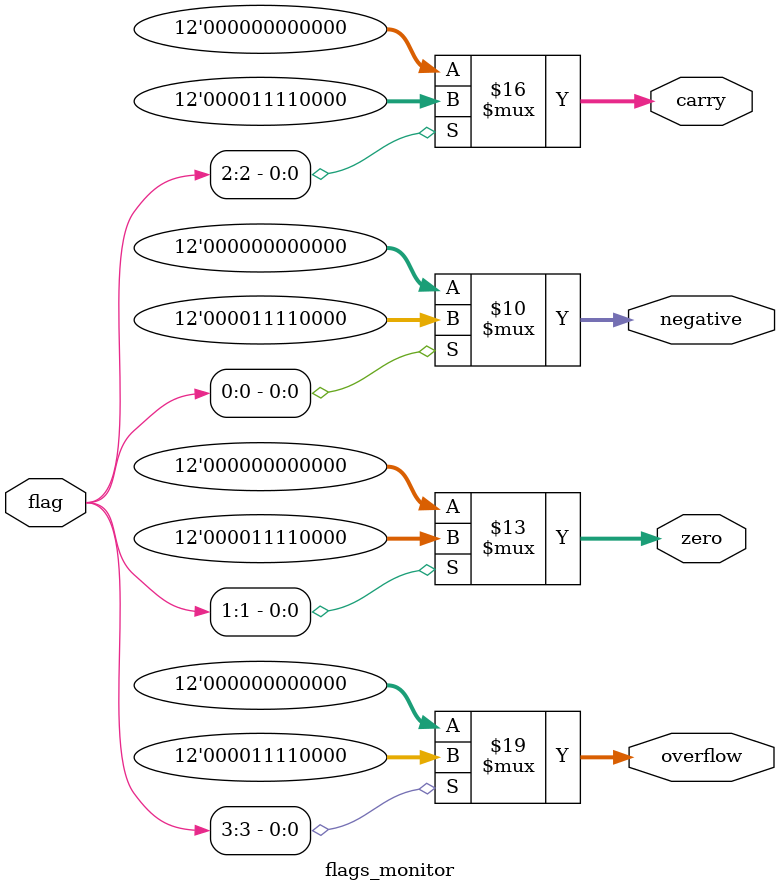
<source format=v>
module flags_monitor(
    input [3:0] flag,
    output reg  [11:0] overflow,
    output reg  [11:0] carry,
    output reg  [11:0] zero,
    output reg  [11:0] negative
     );
always @(*) begin
    if (flag[3]==1'b1) 
        overflow= 12'h0F0;
    else
        overflow= 12'h000;
    end
always @(*) begin
        if (flag[2]==1'b1) 
            carry= 12'h0F0;
        else
            carry= 12'h000;
        end
always @(*) begin
            if (flag[1]==1'b1) 
                zero= 12'h0F0;
            else
                zero= 12'h000;
            end
always @(*) begin
                if (flag[0]==1'b1) 
                    negative= 12'h0F0;
                else
                    negative= 12'h000;
                end              
endmodule
</source>
